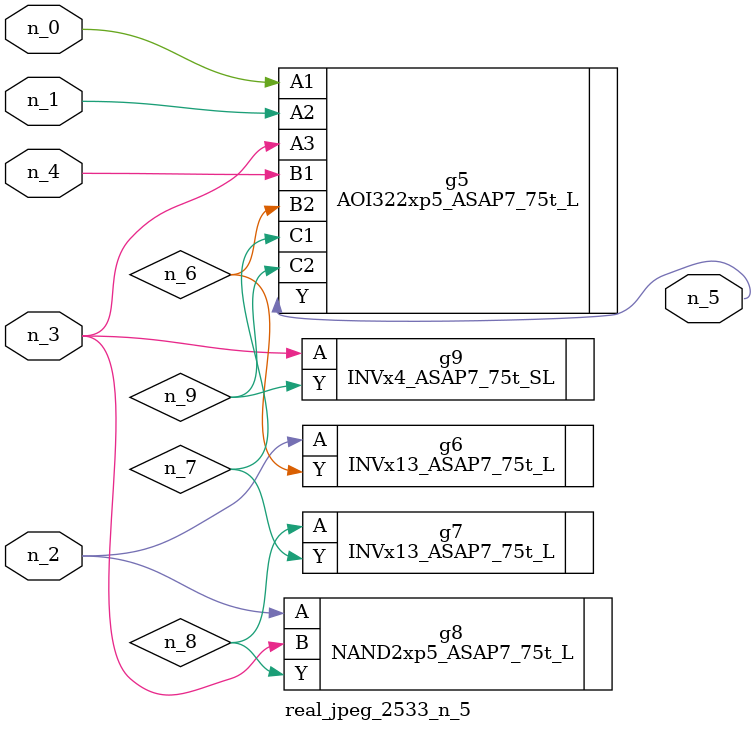
<source format=v>
module real_jpeg_2533_n_5 (n_4, n_0, n_1, n_2, n_3, n_5);

input n_4;
input n_0;
input n_1;
input n_2;
input n_3;

output n_5;

wire n_8;
wire n_6;
wire n_7;
wire n_9;

AOI322xp5_ASAP7_75t_L g5 ( 
.A1(n_0),
.A2(n_1),
.A3(n_3),
.B1(n_4),
.B2(n_6),
.C1(n_7),
.C2(n_9),
.Y(n_5)
);

INVx13_ASAP7_75t_L g6 ( 
.A(n_2),
.Y(n_6)
);

NAND2xp5_ASAP7_75t_L g8 ( 
.A(n_2),
.B(n_3),
.Y(n_8)
);

INVx4_ASAP7_75t_SL g9 ( 
.A(n_3),
.Y(n_9)
);

INVx13_ASAP7_75t_L g7 ( 
.A(n_8),
.Y(n_7)
);


endmodule
</source>
